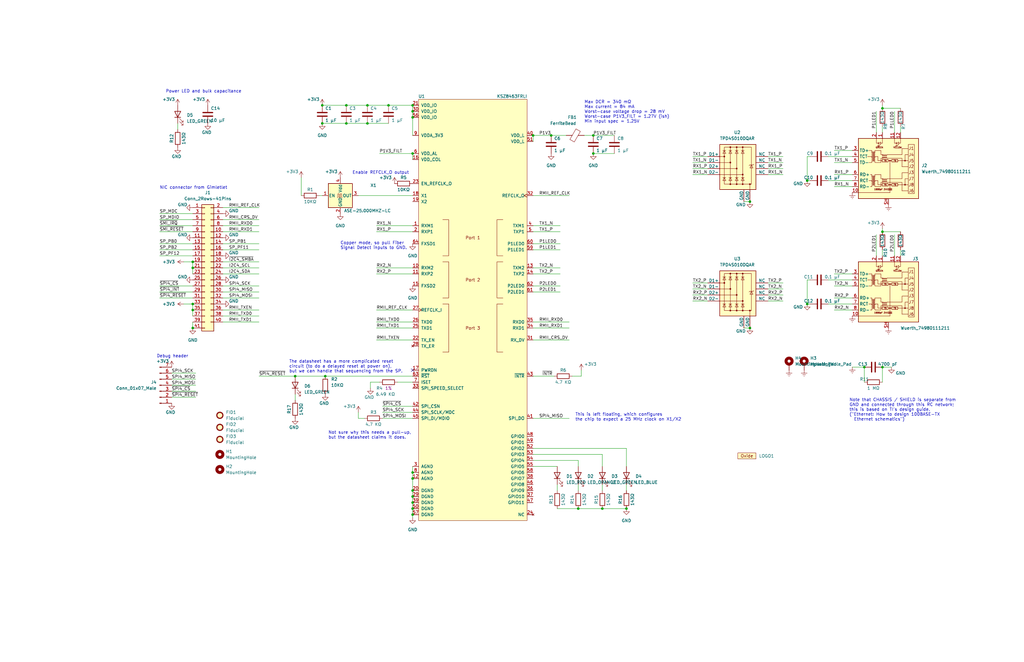
<source format=kicad_sch>
(kicad_sch (version 20230121) (generator eeschema)
  (paper "B")
  (title_block (title "Gimletlet NIC 2") (rev "A01") (company "Oxide Computer Company"))
  (junction (at 316.23 85.09))
  (junction (at 146.05 52.07))
  (junction (at 173.99 64.77))
  (junction (at 81.28 130.81))
  (junction (at 173.99 199.39))
  (junction (at 163.83 44.45))
  (junction (at 173.99 209.55))
  (junction (at 173.99 46.99))
  (junction (at 250.19 57.15))
  (junction (at 81.28 128.27))
  (junction (at 264.16 214.63))
  (junction (at 81.28 113.03))
  (junction (at 250.19 64.77))
  (junction (at 173.99 214.63))
  (junction (at 173.99 212.09))
  (junction (at 372.11 45.72))
  (junction (at 154.94 44.45))
  (junction (at 81.28 110.49))
  (junction (at 81.28 138.43))
  (junction (at 173.99 49.53))
  (junction (at 316.23 138.43))
  (junction (at 340.36 128.27))
  (junction (at 243.84 214.63))
  (junction (at 340.36 76.2))
  (junction (at 173.99 207.01))
  (junction (at 224.79 57.15))
  (junction (at 372.11 154.94))
  (junction (at 124.46 158.75))
  (junction (at 173.99 217.17))
  (junction (at 146.05 44.45))
  (junction (at 364.49 154.94))
  (junction (at 232.41 57.15))
  (junction (at 254 214.63))
  (junction (at 135.89 44.45))
  (junction (at 154.94 52.07))
  (junction (at 135.89 52.07))
  (junction (at 137.16 158.75))
  (junction (at 372.11 97.79))
  (junction (at 173.99 44.45))
  (junction (at 173.99 201.93))
  (no_connect (at 173.99 156.21))
  (wire (pts (xy 224.79 115.57) (xy 236.22 115.57)))
  (wire (pts (xy 341.63 66.04) (xy 340.36 66.04)))
  (wire (pts (xy 93.98 135.89) (xy 109.22 135.89)))
  (wire (pts (xy 93.98 120.65) (xy 109.22 120.65)))
  (wire (pts (xy 234.95 207.01) (xy 234.95 204.47)))
  (wire (pts (xy 375.92 154.94) (xy 372.11 154.94)))
  (wire (pts (xy 264.16 189.23) (xy 264.16 196.85)))
  (wire (pts (xy 250.19 64.77) (xy 259.08 64.77)))
  (wire (pts (xy 224.79 113.03) (xy 236.22 113.03)))
  (wire (pts (xy 243.84 194.31) (xy 243.84 196.85)))
  (wire (pts (xy 224.79 194.31) (xy 243.84 194.31)))
  (wire (pts (xy 292.1 121.92) (xy 298.45 121.92)))
  (wire (pts (xy 323.85 71.12) (xy 330.2 71.12)))
  (wire (pts (xy 224.79 138.43) (xy 240.03 138.43)))
  (wire (pts (xy 224.79 82.55) (xy 240.03 82.55)))
  (wire (pts (xy 161.29 176.53) (xy 173.99 176.53)))
  (wire (pts (xy 292.1 68.58) (xy 298.45 68.58)))
  (wire (pts (xy 224.79 176.53) (xy 240.03 176.53)))
  (wire (pts (xy 369.57 46.99) (xy 369.57 55.88)))
  (wire (pts (xy 379.73 105.41) (xy 379.73 107.95)))
  (wire (pts (xy 372.11 53.34) (xy 372.11 55.88)))
  (wire (pts (xy 254 191.77) (xy 254 196.85)))
  (wire (pts (xy 67.31 125.73) (xy 81.28 125.73)))
  (wire (pts (xy 173.99 46.99) (xy 173.99 44.45)))
  (wire (pts (xy 93.98 97.79) (xy 109.22 97.79)))
  (wire (pts (xy 224.79 191.77) (xy 254 191.77)))
  (wire (pts (xy 340.36 66.04) (xy 340.36 76.2)))
  (wire (pts (xy 135.89 52.07) (xy 146.05 52.07)))
  (wire (pts (xy 224.79 120.65) (xy 236.22 120.65)))
  (wire (pts (xy 292.1 71.12) (xy 298.45 71.12)))
  (wire (pts (xy 173.99 214.63) (xy 173.99 217.17)))
  (wire (pts (xy 323.85 68.58) (xy 330.2 68.58)))
  (wire (pts (xy 349.25 118.11) (xy 359.41 118.11)))
  (wire (pts (xy 93.98 113.03) (xy 109.22 113.03)))
  (wire (pts (xy 67.31 120.65) (xy 81.28 120.65)))
  (wire (pts (xy 81.28 135.89) (xy 81.28 138.43)))
  (wire (pts (xy 156.21 163.83) (xy 156.21 161.29)))
  (wire (pts (xy 137.16 158.75) (xy 173.99 158.75)))
  (wire (pts (xy 93.98 87.63) (xy 109.22 87.63)))
  (wire (pts (xy 173.99 212.09) (xy 173.99 214.63)))
  (wire (pts (xy 292.1 124.46) (xy 298.45 124.46)))
  (wire (pts (xy 349.25 76.2) (xy 359.41 76.2)))
  (wire (pts (xy 109.22 158.75) (xy 124.46 158.75)))
  (wire (pts (xy 379.73 53.34) (xy 379.73 55.88)))
  (wire (pts (xy 81.28 115.57) (xy 81.28 113.03)))
  (wire (pts (xy 323.85 121.92) (xy 330.2 121.92)))
  (wire (pts (xy 323.85 127) (xy 330.2 127)))
  (wire (pts (xy 377.19 46.99) (xy 377.19 55.88)))
  (wire (pts (xy 224.79 59.69) (xy 224.79 57.15)))
  (wire (pts (xy 93.98 130.81) (xy 109.22 130.81)))
  (wire (pts (xy 173.99 199.39) (xy 173.99 201.93)))
  (wire (pts (xy 224.79 105.41) (xy 236.22 105.41)))
  (wire (pts (xy 351.79 73.66) (xy 359.41 73.66)))
  (wire (pts (xy 372.11 96.52) (xy 372.11 97.79)))
  (wire (pts (xy 351.79 120.65) (xy 359.41 120.65)))
  (wire (pts (xy 163.83 44.45) (xy 154.94 44.45)))
  (wire (pts (xy 349.25 128.27) (xy 359.41 128.27)))
  (wire (pts (xy 372.11 45.72) (xy 379.73 45.72)))
  (wire (pts (xy 224.79 135.89) (xy 240.03 135.89)))
  (wire (pts (xy 377.19 99.06) (xy 377.19 107.95)))
  (wire (pts (xy 173.99 207.01) (xy 173.99 209.55)))
  (wire (pts (xy 241.3 158.75) (xy 245.11 158.75)))
  (wire (pts (xy 245.11 158.75) (xy 245.11 156.21)))
  (wire (pts (xy 158.75 95.25) (xy 173.99 95.25)))
  (wire (pts (xy 173.99 64.77) (xy 173.99 67.31)))
  (wire (pts (xy 81.28 113.03) (xy 81.28 110.49)))
  (wire (pts (xy 67.31 95.25) (xy 81.28 95.25)))
  (wire (pts (xy 359.41 154.94) (xy 364.49 154.94)))
  (wire (pts (xy 372.11 105.41) (xy 372.11 107.95)))
  (wire (pts (xy 264.16 207.01) (xy 264.16 204.47)))
  (wire (pts (xy 158.75 135.89) (xy 173.99 135.89)))
  (wire (pts (xy 93.98 105.41) (xy 109.22 105.41)))
  (wire (pts (xy 349.25 66.04) (xy 359.41 66.04)))
  (wire (pts (xy 341.63 76.2) (xy 340.36 76.2)))
  (wire (pts (xy 154.94 44.45) (xy 146.05 44.45)))
  (wire (pts (xy 292.1 127) (xy 298.45 127)))
  (wire (pts (xy 313.69 85.09) (xy 316.23 85.09)))
  (wire (pts (xy 323.85 73.66) (xy 330.2 73.66)))
  (wire (pts (xy 93.98 123.19) (xy 109.22 123.19)))
  (wire (pts (xy 124.46 168.91) (xy 124.46 166.37)))
  (wire (pts (xy 93.98 95.25) (xy 109.22 95.25)))
  (wire (pts (xy 351.79 125.73) (xy 359.41 125.73)))
  (wire (pts (xy 224.79 196.85) (xy 234.95 196.85)))
  (wire (pts (xy 254 207.01) (xy 254 204.47)))
  (wire (pts (xy 254 214.63) (xy 264.16 214.63)))
  (wire (pts (xy 224.79 123.19) (xy 236.22 123.19)))
  (wire (pts (xy 151.13 173.99) (xy 151.13 176.53)))
  (wire (pts (xy 173.99 49.53) (xy 173.99 57.15)))
  (wire (pts (xy 246.38 57.15) (xy 250.19 57.15)))
  (wire (pts (xy 160.02 64.77) (xy 173.99 64.77)))
  (wire (pts (xy 67.31 105.41) (xy 81.28 105.41)))
  (wire (pts (xy 161.29 173.99) (xy 173.99 173.99)))
  (wire (pts (xy 151.13 176.53) (xy 153.67 176.53)))
  (wire (pts (xy 93.98 110.49) (xy 109.22 110.49)))
  (wire (pts (xy 313.69 138.43) (xy 316.23 138.43)))
  (wire (pts (xy 351.79 130.81) (xy 359.41 130.81)))
  (wire (pts (xy 340.36 118.11) (xy 340.36 128.27)))
  (wire (pts (xy 67.31 107.95) (xy 81.28 107.95)))
  (wire (pts (xy 72.39 162.56) (xy 82.55 162.56)))
  (wire (pts (xy 93.98 125.73) (xy 109.22 125.73)))
  (wire (pts (xy 250.19 57.15) (xy 259.08 57.15)))
  (wire (pts (xy 67.31 97.79) (xy 81.28 97.79)))
  (wire (pts (xy 156.21 161.29) (xy 160.02 161.29)))
  (wire (pts (xy 81.28 130.81) (xy 81.28 128.27)))
  (wire (pts (xy 146.05 52.07) (xy 154.94 52.07)))
  (wire (pts (xy 124.46 158.75) (xy 137.16 158.75)))
  (wire (pts (xy 158.75 130.81) (xy 173.99 130.81)))
  (wire (pts (xy 67.31 123.19) (xy 81.28 123.19)))
  (wire (pts (xy 93.98 92.71) (xy 109.22 92.71)))
  (wire (pts (xy 72.39 165.1) (xy 82.55 165.1)))
  (wire (pts (xy 340.36 118.11) (xy 341.63 118.11)))
  (wire (pts (xy 364.49 154.94) (xy 364.49 161.29)))
  (wire (pts (xy 77.47 128.27) (xy 81.28 128.27)))
  (wire (pts (xy 224.79 102.87) (xy 236.22 102.87)))
  (wire (pts (xy 243.84 214.63) (xy 254 214.63)))
  (wire (pts (xy 161.29 171.45) (xy 173.99 171.45)))
  (wire (pts (xy 224.79 95.25) (xy 236.22 95.25)))
  (wire (pts (xy 154.94 52.07) (xy 163.83 52.07)))
  (wire (pts (xy 67.31 92.71) (xy 81.28 92.71)))
  (wire (pts (xy 351.79 115.57) (xy 359.41 115.57)))
  (wire (pts (xy 67.31 90.17) (xy 81.28 90.17)))
  (wire (pts (xy 232.41 57.15) (xy 238.76 57.15)))
  (wire (pts (xy 351.79 78.74) (xy 359.41 78.74)))
  (wire (pts (xy 93.98 115.57) (xy 109.22 115.57)))
  (wire (pts (xy 93.98 102.87) (xy 109.22 102.87)))
  (wire (pts (xy 243.84 207.01) (xy 243.84 204.47)))
  (wire (pts (xy 323.85 119.38) (xy 330.2 119.38)))
  (wire (pts (xy 158.75 97.79) (xy 173.99 97.79)))
  (wire (pts (xy 167.64 161.29) (xy 173.99 161.29)))
  (wire (pts (xy 158.75 138.43) (xy 173.99 138.43)))
  (wire (pts (xy 224.79 158.75) (xy 233.68 158.75)))
  (wire (pts (xy 93.98 133.35) (xy 109.22 133.35)))
  (wire (pts (xy 224.79 143.51) (xy 240.03 143.51)))
  (wire (pts (xy 74.93 54.61) (xy 74.93 52.07)))
  (wire (pts (xy 292.1 66.04) (xy 298.45 66.04)))
  (wire (pts (xy 292.1 73.66) (xy 298.45 73.66)))
  (wire (pts (xy 372.11 97.79) (xy 379.73 97.79)))
  (wire (pts (xy 351.79 63.5) (xy 359.41 63.5)))
  (wire (pts (xy 224.79 189.23) (xy 264.16 189.23)))
  (wire (pts (xy 173.99 44.45) (xy 163.83 44.45)))
  (wire (pts (xy 173.99 49.53) (xy 173.99 46.99)))
  (wire (pts (xy 323.85 66.04) (xy 330.2 66.04)))
  (wire (pts (xy 72.39 167.64) (xy 82.55 167.64)))
  (wire (pts (xy 372.11 154.94) (xy 372.11 161.29)))
  (wire (pts (xy 158.75 143.51) (xy 173.99 143.51)))
  (wire (pts (xy 340.36 128.27) (xy 341.63 128.27)))
  (wire (pts (xy 151.13 82.55) (xy 173.99 82.55)))
  (wire (pts (xy 77.47 110.49) (xy 81.28 110.49)))
  (wire (pts (xy 234.95 214.63) (xy 243.84 214.63)))
  (wire (pts (xy 67.31 102.87) (xy 81.28 102.87)))
  (wire (pts (xy 224.79 57.15) (xy 232.41 57.15)))
  (wire (pts (xy 173.99 196.85) (xy 173.99 199.39)))
  (wire (pts (xy 72.39 160.02) (xy 82.55 160.02)))
  (wire (pts (xy 351.79 68.58) (xy 359.41 68.58)))
  (wire (pts (xy 173.99 209.55) (xy 173.99 212.09)))
  (wire (pts (xy 158.75 113.03) (xy 173.99 113.03)))
  (wire (pts (xy 173.99 201.93) (xy 173.99 207.01)))
  (wire (pts (xy 323.85 124.46) (xy 330.2 124.46)))
  (wire (pts (xy 127 74.93) (xy 127 82.55)))
  (wire (pts (xy 72.39 157.48) (xy 82.55 157.48)))
  (wire (pts (xy 369.57 99.06) (xy 369.57 107.95)))
  (wire (pts (xy 173.99 217.17) (xy 173.99 218.44)))
  (wire (pts (xy 292.1 119.38) (xy 298.45 119.38)))
  (wire (pts (xy 81.28 133.35) (xy 81.28 130.81)))
  (wire (pts (xy 372.11 45.72) (xy 372.11 44.45)))
  (wire (pts (xy 224.79 97.79) (xy 236.22 97.79)))
  (wire (pts (xy 146.05 44.45) (xy 135.89 44.45)))
  (wire (pts (xy 158.75 115.57) (xy 173.99 115.57)))
  (wire (pts (xy 134.62 82.55) (xy 135.89 82.55)))
  (text "Note that CHASSIS / SHIELD is separate from\nGND and connected through this RC network;\nthis is based on TI's design guide.\n(\"Ethernet: How to design 100BASE-TX\n  Ethernet schematics\")" (at 358.14 177.8 0) (effects (font (size 1.27 1.27)) (justify left bottom)))
  (text "Enable REFCLK_O output" (at 148.59 73.66 0) (effects (font (size 1.27 1.27)) (justify left bottom)))
  (text "The datasheet has a more complicated reset\ncircuit (to do a delayed reset at power on),\nbut we can handle that sequencing from the SP." (at 121.92 157.48 0) (effects (font (size 1.27 1.27)) (justify left bottom)))
  (text "Not sure why this needs a pull-up,\nbut the datasheet claims it does." (at 138.43 185.42 0) (effects (font (size 1.27 1.27)) (justify left bottom)))
  (text "Debug header" (at 66.04 151.13 0) (effects (font (size 1.27 1.27)) (justify left bottom)))
  (text "Copper mode, so pull Fiber\nSignal Detect inputs to GND." (at 143.51 105.41 0) (effects (font (size 1.27 1.27)) (justify left bottom)))
  (text "Max DCR = 340 mΩ\nMax current = 84 mA\nWorst-case voltage drop = 28 mV\nWorst-case P1V3_FILT = 1.27V (ish)\nMin input spec = 1.25V" (at 246.38 52.07 0) (effects (font (size 1.27 1.27)) (justify left bottom)))
  (text "This is left floating, which configures\nthe chip to expect a 25 MHz clock on X1/X2" (at 242.57 177.8 0) (effects (font (size 1.27 1.27)) (justify left bottom)))
  (text "NIC connector from Gimletlet" (at 67.31 80.01 0) (effects (font (size 1.27 1.27)) (justify left bottom)))
  (text "Power LED and bulk capacitance" (at 69.85 39.37 0) (effects (font (size 1.27 1.27)) (justify left bottom)))
  (label "SPI4_MISO" (at 96.52 123.19 0))
  (label "I2C4_SCL" (at 96.52 113.03 0))
  (label "~{SPI4_CS}" (at 72.39 165.1 0))
  (label "TX2_N" (at 292.1 121.92 0))
  (label "TX1_P" (at 292.1 66.04 0))
  (label "RX1_N" (at 292.1 73.66 0))
  (label "RX2_P" (at 158.75 115.57 0))
  (label "~{SPI4_RESET}" (at 72.39 167.64 0))
  (label "RX1_N" (at 323.85 73.66 0))
  (label "~{SMI_IRQ}" (at 67.31 95.25 0))
  (label "P1LED0" (at 377.19 46.99 270))
  (label "TX2_N" (at 227.33 113.03 0))
  (label "RX2_N" (at 351.79 130.81 0))
  (label "RMII_CRS_DV" (at 96.52 92.71 0))
  (label "RMII_RXD1" (at 227.33 138.43 0))
  (label "TX2_P" (at 227.33 115.57 0))
  (label "RMII_TXD0" (at 96.52 133.35 0))
  (label "~{INTR}" (at 228.6 158.75 0))
  (label "SPI4_SCK" (at 161.29 173.99 0))
  (label "RMII_REF_CLK" (at 158.75 130.81 0))
  (label "SP_MDC" (at 67.31 90.17 0))
  (label "RMII_RXD0" (at 96.52 95.25 0))
  (label "RMII_TXD1" (at 96.52 135.89 0))
  (label "~{SPI4_RESET}" (at 67.31 125.73 0))
  (label "TX1_N" (at 351.79 68.58 0))
  (label "SPI4_SCK" (at 72.39 157.48 0))
  (label "TX2_N" (at 351.79 120.65 0))
  (label "TX1_P" (at 351.79 63.5 0))
  (label "RX2_N" (at 292.1 127 0))
  (label "TX1_P" (at 227.33 97.79 0))
  (label "SP_MDIO" (at 67.31 92.71 0))
  (label "TX1_N" (at 227.33 95.25 0))
  (label "SP_PF12" (at 67.31 107.95 0))
  (label "TX2_P" (at 323.85 119.38 0))
  (label "SPI4_MISO" (at 227.33 176.53 0))
  (label "SP_PB1" (at 96.52 102.87 0))
  (label "RMII_TXEN" (at 96.52 130.81 0))
  (label "I2C4_SDA" (at 96.52 115.57 0))
  (label "RMII_CRS_DV" (at 227.33 143.51 0))
  (label "P2LED1" (at 227.33 123.19 0))
  (label "TX1_N" (at 323.85 68.58 0))
  (label "RMII_RXD0" (at 227.33 135.89 0))
  (label "RX1_P" (at 292.1 71.12 0))
  (label "TX1_P" (at 323.85 66.04 0))
  (label "RMII_REF_CLK" (at 227.33 82.55 0))
  (label "TX2_P" (at 351.79 115.57 0))
  (label "RMII_REF_CLK" (at 96.52 87.63 0))
  (label "SPI4_MOSI" (at 72.39 162.56 0))
  (label "P2LED0" (at 227.33 120.65 0))
  (label "~{SPI4_INT}" (at 67.31 123.19 0))
  (label "P1LED1" (at 369.57 46.99 270))
  (label "P1V3_FILT" (at 160.02 64.77 0))
  (label "RX1_P" (at 158.75 97.79 0))
  (label "TX2_N" (at 323.85 121.92 0))
  (label "P1V3" (at 227.33 57.15 0))
  (label "SPI4_MOSI" (at 96.52 125.73 0))
  (label "RX2_N" (at 158.75 113.03 0))
  (label "~{SMI_RESET}" (at 67.31 97.79 0))
  (label "~{SPI4_CS}" (at 161.29 171.45 0))
  (label "RX1_P" (at 351.79 73.66 0))
  (label "RMII_TXD1" (at 158.75 138.43 0))
  (label "RMII_RXD1" (at 96.52 97.79 0))
  (label "P1V3_FILT" (at 250.19 57.15 0))
  (label "RMII_TXEN" (at 158.75 143.51 0))
  (label "P2LED0" (at 377.19 99.06 270))
  (label "RX1_N" (at 158.75 95.25 0))
  (label "RMII_TXD0" (at 158.75 135.89 0))
  (label "P1LED1" (at 227.33 105.41 0))
  (label "RX1_N" (at 351.79 78.74 0))
  (label "~{SPI4_CS}" (at 67.31 120.65 0))
  (label "RX1_P" (at 323.85 71.12 0))
  (label "P1LED0" (at 227.33 102.87 0))
  (label "SP_PB0" (at 67.31 102.87 0))
  (label "SPI4_SCK" (at 96.52 120.65 0))
  (label "TX1_N" (at 292.1 68.58 0))
  (label "SPI4_MOSI" (at 161.29 176.53 0))
  (label "~{I2C4_SMBA}" (at 96.52 110.49 0))
  (label "RX2_P" (at 292.1 124.46 0))
  (label "SPI4_MISO" (at 72.39 160.02 0))
  (label "RX2_N" (at 323.85 127 0))
  (label "RX2_P" (at 323.85 124.46 0))
  (label "RX2_P" (at 351.79 125.73 0))
  (label "P2LED1" (at 369.57 99.06 270))
  (label "SP_PB2" (at 67.31 105.41 0))
  (label "~{SPI4_RESET}" (at 109.22 158.75 0))
  (label "SP_PF11" (at 96.52 105.41 0))
  (label "TX2_P" (at 292.1 119.38 0))
  (symbol (lib_id "power:Earth") (at 374.65 138.43 0) (unit 1)
    (property "Reference" "#PWR035" (effects hide))
    (property "Value" "Earth" (effects hide))
  )
  (symbol (lib_id "Device:C") (at 345.44 66.04 270) (unit 1)
    (property "Reference" "C9" (at 342.9 64.77 90) (effects (justify right)))
    (property "Value" "0.1 µF" (at 354.33 64.77 90) (effects (justify right)))
    (property "Footprint" "Capacitor_SMD:C_0402_1005Metric" (effects hide))
    (property "MFG" "KEMET" (effects hide))
    (property "MPN" "C0402C104K9RAC7867" (effects hide))
  )
  (symbol (lib_id "power:GND") (at 173.99 102.87 0) (unit 1)
    (property "Reference" "#PWR022" (effects hide))
    (property "Value" "GND" (at 173.99 107.95 0))
  )
  (symbol (lib_id "Device:C") (at 135.89 48.26 180) (unit 1)
    (property "Reference" "C1" (at 137.16 45.72 0) (effects (justify right)))
    (property "Value" "1 µF" (at 137.16 50.8 0) (effects (justify right)))
    (property "Footprint" "Capacitor_SMD:C_0402_1005Metric" (effects hide))
    (property "MFG" "KEMET" (effects hide))
    (property "MPN" "C0402C105K9PAC7800" (effects hide))
  )
  (symbol (lib_id "Mechanical:MountingHole") (at 92.71 198.12 0) (unit 1)
    (property "Reference" "H2" (at 95.25 196.8499 0) (effects (justify left)))
    (property "Value" "MountingHole" (at 95.25 199.3899 0) (effects (justify left)))
    (property "Footprint" "MountingHole:MountingHole_3.2mm_M3" (effects hide))
  )
  (symbol (lib_id "power:GND") (at 340.36 128.27 0) (unit 1)
    (property "Reference" "#PWR030" (effects hide))
    (property "Value" "GND" (at 336.55 129.54 0))
  )
  (symbol (lib_id "power:GND") (at 340.36 76.2 0) (unit 1)
    (property "Reference" "#PWR028" (effects hide))
    (property "Value" "GND" (at 336.55 77.47 0))
  )
  (symbol (lib_id "power:GND") (at 143.51 90.17 0) (unit 1)
    (property "Reference" "#PWR018" (effects hide))
    (property "Value" "GND" (at 143.51 95.25 0))
  )
  (symbol (lib_id "Device:LED") (at 74.93 48.26 90) (unit 1)
    (property "Reference" "D5" (at 78.74 48.5774 90) (effects (justify right)))
    (property "Value" "LED_GREEN" (at 78.74 51.1174 90) (effects (justify right)))
    (property "Footprint" "LED_SMD:LED_0402_1005Metric" (effects hide))
    (property "MFG" "SunLed" (effects hide))
    (property "MPN" "XZVG68W-2" (effects hide))
  )
  (symbol (lib_id "Power protection (Oxide):TPD4S010DQAR") (at 311.15 124.46 0) (unit 1)
    (property "Reference" "U3" (at 310.896 109.22 0))
    (property "Value" "TPD4S010DQAR" (at 310.896 111.76 0))
    (property "Footprint" "Package_SON:USON-10_2.5x1.0mm_P0.5mm" (effects hide))
    (property "Datasheet" "https://www.ti.com/lit/ds/symlink/tpd4s010.pdf" (effects hide))
    (property "MFG" "Texas Instruments" (effects hide))
    (property "MPN" "TPD4S010DQAR" (effects hide))
  )
  (symbol (lib_id "Device:R") (at 157.48 176.53 90) (unit 1)
    (property "Reference" "R3" (at 157.48 173.99 90))
    (property "Value" "4.7 KΩ" (at 157.48 179.07 90))
    (property "Footprint" "Resistor_SMD:R_0402_1005Metric" (effects hide))
    (property "MFG" "TE Connectivity" (effects hide))
    (property "MPN" "CRG0402F4K7" (effects hide))
  )
  (symbol (lib_name "TPD4S010DQAR_1") (lib_id "Power protection (Oxide):TPD4S010DQAR") (at 311.15 71.12 0) (unit 1)
    (property "Reference" "U2" (at 310.896 55.88 0))
    (property "Value" "TPD4S010DQAR" (at 310.896 58.42 0))
    (property "Footprint" "Package_SON:USON-10_2.5x1.0mm_P0.5mm" (effects hide))
    (property "Datasheet" "https://www.ti.com/lit/ds/symlink/tpd4s010.pdf" (effects hide))
    (property "MFG" "Texas Instruments" (effects hide))
    (property "MPN" "TPD4S010DQAR" (effects hide))
  )
  (symbol (lib_id "power:Earth") (at 339.09 156.21 0) (unit 1)
    (property "Reference" "#PWR0101" (effects hide))
    (property "Value" "Earth" (effects hide))
  )
  (symbol (lib_id "Device:C") (at 259.08 60.96 180) (unit 1)
    (property "Reference" "C8" (at 260.35 58.42 0) (effects (justify right)))
    (property "Value" "1 µF" (at 260.35 63.5 0) (effects (justify right)))
    (property "Footprint" "Capacitor_SMD:C_0402_1005Metric" (effects hide))
    (property "MFG" "KEMET" (effects hide))
    (property "MPN" "C0402C105K9PAC7800" (effects hide))
  )
  (symbol (lib_id "Device:R") (at 379.73 101.6 180) (unit 1)
    (property "Reference" "R9" (at 381 106.68 90))
    (property "Value" "143Ω" (at 379.73 101.6 90))
    (property "Footprint" "Resistor_SMD:R_0402_1005Metric" (effects hide))
    (property "MFG" "YAGEO" (effects hide))
    (property "MPN" "RC0402FR-07143RL" (effects hide))
  )
  (symbol (lib_id "Device:C") (at 250.19 60.96 180) (unit 1)
    (property "Reference" "C7" (at 251.46 58.42 0) (effects (justify right)))
    (property "Value" "1 µF" (at 251.46 63.5 0) (effects (justify right)))
    (property "Footprint" "Capacitor_SMD:C_0402_1005Metric" (effects hide))
    (property "MFG" "KEMET" (effects hide))
    (property "MPN" "C0402C105K9PAC7800" (effects hide))
  )
  (symbol (lib_id "Device:LED") (at 264.16 200.66 90) (unit 1)
    (property "Reference" "D4" (at 267.97 200.9774 90) (effects (justify right)))
    (property "Value" "LED_BLUE" (at 267.97 203.5174 90) (effects (justify right)))
    (property "Footprint" "LED_SMD:LED_0402_1005Metric" (effects hide))
    (property "MFG" "Vishay Semiconductor Opto Division" (effects hide))
    (property "MPN" "VLMB1500-GS08" (effects hide))
  )
  (symbol (lib_id "power:+3.3V") (at 127 74.93 0) (unit 1)
    (property "Reference" "#PWR012" (effects hide))
    (property "Value" "+3.3V" (at 123.19 72.39 0))
  )
  (symbol (lib_id "power:+3.3V") (at 77.47 110.49 90) (unit 1)
    (property "Reference" "#PWR01" (effects hide))
    (property "Value" "+3.3V" (at 71.12 110.49 90))
  )
  (symbol (lib_id "power:GND") (at 173.99 120.65 0) (unit 1)
    (property "Reference" "#PWR023" (effects hide))
    (property "Value" "GND" (at 173.99 125.73 0))
  )
  (symbol (lib_id "Mechanical:MountingHole_Pad") (at 332.74 153.67 0) (unit 1)
    (property "Reference" "H4" (at 335.28 151.1299 0) (effects (justify left)))
    (property "Value" "MountingHole_Pad" (at 335.28 153.6699 0) (effects (justify left)))
    (property "Footprint" "MountingHole:MountingHole_3.2mm_M3_DIN965_Pad" (effects hide))
  )
  (symbol (lib_id "Connector_Generic:Conn_2Rows-41Pins") (at 86.36 113.03 0) (unit 1)
    (property "Reference" "J1" (at 87.63 81.28 0))
    (property "Value" "Conn_2Rows-41Pins" (at 87.63 83.82 0))
    (property "Footprint" "Connectors_0x:DF9-41P-1V" (effects hide))
    (property "MPN" "DF9-41P-1V(69)" (effects hide))
    (property "MFG" "Hirose" (effects hide))
  )
  (symbol (lib_id "power:+3.3V") (at 135.89 44.45 0) (unit 1)
    (property "Reference" "#PWR013" (effects hide))
    (property "Value" "+3.3V" (at 132.08 41.91 0))
  )
  (symbol (lib_id "Device:C") (at 345.44 76.2 270) (unit 1)
    (property "Reference" "C10" (at 342.9 74.93 90) (effects (justify right)))
    (property "Value" "0.1 µF" (at 354.33 74.93 90) (effects (justify right)))
    (property "Footprint" "Capacitor_SMD:C_0402_1005Metric" (effects hide))
    (property "MFG" "KEMET" (effects hide))
    (property "MPN" "C0402C104K9RAC7867" (effects hide))
  )
  (symbol (lib_id "Device:R") (at 170.18 77.47 90) (unit 1)
    (property "Reference" "R5" (at 170.18 74.93 90))
    (property "Value" "10KΩ" (at 170.18 80.01 90))
    (property "Footprint" "Resistor_SMD:R_0402_1005Metric" (effects hide))
    (property "MFG" "TE Connectivity" (effects hide))
    (property "MPN" "CRG0402F10K" (effects hide))
  )
  (symbol (lib_id "Device:R") (at 254 210.82 180) (unit 1)
    (property "Reference" "R15" (at 251.46 210.82 90))
    (property "Value" "143Ω" (at 256.54 210.82 90))
    (property "Footprint" "Resistor_SMD:R_0402_1005Metric" (effects hide))
    (property "MFG" "YAGEO" (effects hide))
    (property "MPN" "RC0402FR-07143RL" (effects hide))
  )
  (symbol (lib_id "Device:R") (at 124.46 172.72 180) (unit 1)
    (property "Reference" "R17" (at 121.92 172.72 90))
    (property "Value" "143Ω" (at 127 172.72 90))
    (property "Footprint" "Resistor_SMD:R_0402_1005Metric" (effects hide))
    (property "MFG" "YAGEO" (effects hide))
    (property "MPN" "RC0402FR-07143RL" (effects hide))
  )
  (symbol (lib_id "power:GND") (at 137.16 166.37 0) (unit 1)
    (property "Reference" "#PWR015" (effects hide))
    (property "Value" "GND" (at 134.62 170.18 0) (effects (justify left)))
  )
  (symbol (lib_id "power:+3.3V") (at 372.11 44.45 0) (unit 1)
    (property "Reference" "#PWR029" (effects hide))
    (property "Value" "+3.3V" (at 368.3 41.91 0))
  )
  (symbol (lib_id "Connector:Conn_01x07_Male") (at 67.31 162.56 0) (mirror x) (unit 1)
    (property "Reference" "J4" (at 66.04 161.2899 0) (effects (justify right)))
    (property "Value" "Conn_01x07_Male" (at 66.04 163.8299 0) (effects (justify right)))
    (property "Footprint" "Connector_PinHeader_2.54mm:PinHeader_1x07_P2.54mm_Vertical" (effects hide))
  )
  (symbol (lib_id "Connector:Wuerth_74980111211") (at 374.65 123.19 0) (mirror y) (unit 1)
    (property "Reference" "J3" (at 384.81 109.22 0) (effects (justify right)))
    (property "Value" "Wuerth_74980111211" (at 379.73 138.43 0) (effects (justify right)))
    (property "Footprint" "Connector_RJ:RJ45_Wuerth_74980111211_Horizontal" (effects hide))
    (property "Datasheet" "https://www.we-online.de/katalog/datasheet/74980111211.pdf" (effects hide))
    (property "MFG" "Würth Elektronik" (effects hide))
    (property "MPN" "74980111211" (effects hide))
  )
  (symbol (lib_id "Device:R") (at 234.95 210.82 180) (unit 1)
    (property "Reference" "R13" (at 232.41 210.82 90))
    (property "Value" "143Ω" (at 237.49 210.82 90))
    (property "Footprint" "Resistor_SMD:R_0402_1005Metric" (effects hide))
    (property "MFG" "YAGEO" (effects hide))
    (property "MPN" "RC0402FR-07143RL" (effects hide))
  )
  (symbol (lib_id "power:Earth") (at 359.41 133.35 0) (unit 1)
    (property "Reference" "#PWR033" (effects hide))
    (property "Value" "Earth" (effects hide))
  )
  (symbol (lib_id "Device:R") (at 379.73 49.53 180) (unit 1)
    (property "Reference" "R7" (at 381 53.34 90))
    (property "Value" "143Ω" (at 379.73 49.53 90))
    (property "Footprint" "Resistor_SMD:R_0402_1005Metric" (effects hide))
    (property "MFG" "YAGEO" (effects hide))
    (property "MPN" "RC0402FR-07143RL" (effects hide))
  )
  (symbol (lib_id "power:GND") (at 375.92 154.94 0) (unit 1)
    (property "Reference" "#PWR037" (effects hide))
    (property "Value" "GND" (at 379.73 157.48 0))
  )
  (symbol (lib_id "Device:LED") (at 243.84 200.66 90) (unit 1)
    (property "Reference" "D2" (at 247.65 200.9774 90) (effects (justify right)))
    (property "Value" "LED_ORANGE" (at 247.65 203.5174 90) (effects (justify right)))
    (property "Footprint" "LED_SMD:LED_0402_1005Metric" (effects hide))
    (property "MFG" "SunLed" (effects hide))
    (property "MPN" "XZMOK68W-2" (effects hide))
  )
  (symbol (lib_id "power:Earth") (at 332.74 156.21 0) (unit 1)
    (property "Reference" "#PWR0102" (effects hide))
    (property "Value" "Earth" (effects hide))
  )
  (symbol (lib_id "power:GND") (at 81.28 118.11 270) (unit 1)
    (property "Reference" "#PWR05" (effects hide))
    (property "Value" "GND" (at 74.93 116.84 90) (effects (justify left)))
  )
  (symbol (lib_id "Device:C") (at 232.41 60.96 180) (unit 1)
    (property "Reference" "C6" (at 233.68 58.42 0) (effects (justify right)))
    (property "Value" "1 µF" (at 233.68 63.5 0) (effects (justify right)))
    (property "Footprint" "Capacitor_SMD:C_0402_1005Metric" (effects hide))
    (property "MFG" "KEMET" (effects hide))
    (property "MPN" "C0402C105K9PAC7800" (effects hide))
  )
  (symbol (lib_id "power:GND") (at 87.63 52.07 0) (unit 1)
    (property "Reference" "#PWR041" (effects hide))
    (property "Value" "GND" (at 85.09 55.88 0) (effects (justify left)))
  )
  (symbol (lib_id "power:+3.3V") (at 372.11 96.52 0) (unit 1)
    (property "Reference" "#PWR031" (effects hide))
    (property "Value" "+3.3V" (at 368.3 93.98 0))
  )
  (symbol (lib_id "Device:C") (at 345.44 128.27 270) (unit 1)
    (property "Reference" "C12" (at 342.9 127 90) (effects (justify right)))
    (property "Value" "0.1 µF" (at 354.33 127 90) (effects (justify right)))
    (property "Footprint" "Capacitor_SMD:C_0402_1005Metric" (effects hide))
    (property "MFG" "KEMET" (effects hide))
    (property "MPN" "C0402C104K9RAC7867" (effects hide))
  )
  (symbol (lib_id "Device:R") (at 74.93 58.42 180) (unit 1)
    (property "Reference" "R12" (at 72.39 58.42 90))
    (property "Value" "143Ω" (at 77.47 58.42 90))
    (property "Footprint" "Resistor_SMD:R_0402_1005Metric" (effects hide))
    (property "MFG" "YAGEO" (effects hide))
    (property "MPN" "RC0402FR-07143RL" (effects hide))
  )
  (symbol (lib_id "power:GND") (at 316.23 138.43 0) (unit 1)
    (property "Reference" "#PWR044" (effects hide))
    (property "Value" "GND" (at 312.42 139.7 0))
  )
  (symbol (lib_id "Device:R") (at 130.81 82.55 90) (unit 1)
    (property "Reference" "R1" (at 130.81 80.01 90))
    (property "Value" "10KΩ" (at 130.81 85.09 90))
    (property "Footprint" "Resistor_SMD:R_0402_1005Metric" (effects hide))
    (property "MFG" "TE Connectivity" (effects hide))
    (property "MPN" "CRG0402F10K" (effects hide))
  )
  (symbol (lib_id "power:GND") (at 93.98 90.17 90) (unit 1)
    (property "Reference" "#PWR07" (effects hide))
    (property "Value" "GND" (at 96.52 88.9 90) (effects (justify right)))
  )
  (symbol (lib_id "Device:R") (at 243.84 210.82 180) (unit 1)
    (property "Reference" "R14" (at 241.3 210.82 90))
    (property "Value" "143Ω" (at 246.38 210.82 90))
    (property "Footprint" "Resistor_SMD:R_0402_1005Metric" (effects hide))
    (property "MFG" "YAGEO" (effects hide))
    (property "MPN" "RC0402FR-07143RL" (effects hide))
  )
  (symbol (lib_id "power:GND") (at 74.93 62.23 0) (unit 1)
    (property "Reference" "#PWR039" (effects hide))
    (property "Value" "GND" (at 72.39 66.04 0) (effects (justify left)))
  )
  (symbol (lib_id "power:GND") (at 93.98 118.11 90) (unit 1)
    (property "Reference" "#PWR010" (effects hide))
    (property "Value" "GND" (at 96.52 116.84 90) (effects (justify right)))
  )
  (symbol (lib_id "power:GND") (at 81.28 138.43 0) (unit 1)
    (property "Reference" "#PWR06" (effects hide))
    (property "Value" "GND" (at 81.28 143.51 0))
  )
  (symbol (lib_id "Oscillator:ASE-xxxMHz") (at 143.51 82.55 0) (unit 1)
    (property "Reference" "X1" (at 157.48 78.2193 0))
    (property "Value" "ASE-25.000MHZ-LC" (at 154.94 88.9 0))
    (property "Footprint" "Oscillator:Oscillator_SMD_Abracon_ASE-4Pin_3.2x2.5mm" (effects hide))
    (property "Datasheet" "http://www.abracon.com/Oscillators/ASV.pdf" (effects hide))
    (property "MFG" "Abracon LLC" (effects hide))
    (property "MPN" "ASE-25.000MHZ-LC-T" (effects hide))
  )
  (symbol (lib_id "Device:C") (at 154.94 48.26 180) (unit 1)
    (property "Reference" "C4" (at 156.21 45.72 0) (effects (justify right)))
    (property "Value" "1 µF" (at 156.21 50.8 0) (effects (justify right)))
    (property "Footprint" "Capacitor_SMD:C_0402_1005Metric" (effects hide))
    (property "MFG" "KEMET" (effects hide))
    (property "MPN" "C0402C105K9PAC7800" (effects hide))
  )
  (symbol (lib_id "Mechanical:MountingHole") (at 92.71 191.77 0) (unit 1)
    (property "Reference" "H1" (at 95.25 190.4999 0) (effects (justify left)))
    (property "Value" "MountingHole" (at 95.25 193.0399 0) (effects (justify left)))
    (property "Footprint" "MountingHole:MountingHole_3.2mm_M3" (effects hide))
  )
  (symbol (lib_id "power:GND") (at 232.41 64.77 0) (unit 1)
    (property "Reference" "#PWR025" (effects hide))
    (property "Value" "GND" (at 232.41 69.85 0))
  )
  (symbol (lib_id "power:GND") (at 250.19 64.77 0) (unit 1)
    (property "Reference" "#PWR027" (effects hide))
    (property "Value" "GND" (at 250.19 69.85 0))
  )
  (symbol (lib_id "Logos_0x:LOGO") (at 314.96 194.31 0) (unit 1) (in_bom no)
    (property "Reference" "LOGO1" (at 320.04 192.4049 0) (effects (justify left)))
    (property "Value" "LOGO" (effects hide))
    (property "Footprint" "Logos_0x:OXIDE_Wordmark" (effects hide))
  )
  (symbol (lib_id "power:GND") (at 93.98 128.27 90) (unit 1)
    (property "Reference" "#PWR011" (effects hide))
    (property "Value" "GND" (at 96.52 127 90) (effects (justify right)))
  )
  (symbol (lib_id "Device:R") (at 237.49 158.75 90) (unit 1)
    (property "Reference" "R6" (at 237.49 156.21 90))
    (property "Value" "4.7 KΩ" (at 237.49 161.29 90))
    (property "Footprint" "Resistor_SMD:R_0402_1005Metric" (effects hide))
    (property "MFG" "TE Connectivity" (effects hide))
    (property "MPN" "CRG0402F4K7" (effects hide))
  )
  (symbol (lib_id "power:+3.3V") (at 166.37 77.47 0) (unit 1)
    (property "Reference" "#PWR021" (effects hide))
    (property "Value" "+3.3V" (at 162.56 74.93 0))
  )
  (symbol (lib_id "power:Earth") (at 359.41 81.28 0) (unit 1)
    (property "Reference" "#PWR032" (effects hide))
    (property "Value" "Earth" (effects hide))
  )
  (symbol (lib_id "Device:LED") (at 254 200.66 90) (unit 1)
    (property "Reference" "D3" (at 257.81 200.9774 90) (effects (justify right)))
    (property "Value" "LED_GREEN" (at 257.81 203.5174 90) (effects (justify right)))
    (property "Footprint" "LED_SMD:LED_0402_1005Metric" (effects hide))
    (property "MFG" "SunLed" (effects hide))
    (property "MPN" "XZVG68W-2" (effects hide))
  )
  (symbol (lib_id "Device:LED") (at 234.95 200.66 90) (unit 1)
    (property "Reference" "D1" (at 238.76 200.9774 90) (effects (justify right)))
    (property "Value" "LED_RED" (at 238.76 203.5174 90) (effects (justify right)))
    (property "Footprint" "LED_SMD:LED_0402_1005Metric" (effects hide))
    (property "MFG" "SunLed" (effects hide))
    (property "MPN" "XZMDK68W-2" (effects hide))
  )
  (symbol (lib_id "power:+3.3V") (at 74.93 44.45 0) (unit 1)
    (property "Reference" "#PWR038" (effects hide))
    (property "Value" "+3.3V" (at 71.12 41.91 0))
  )
  (symbol (lib_id "Device:FerriteBead") (at 242.57 57.15 90) (unit 1)
    (property "Reference" "FB1" (at 241.3 49.53 90))
    (property "Value" "FerriteBead" (at 237.49 52.07 90))
    (property "Footprint" "Resistor_SMD:R_0402_1005Metric" (effects hide))
    (property "MPN" "BLM15AX601SN1D" (effects hide))
    (property "MFG" "Murata Electronics" (effects hide))
  )
  (symbol (lib_id "Ethernet (Oxide):KSZ8463FRLI") (at 199.39 130.81 0) (unit 1)
    (property "Reference" "U1" (at 177.8 40.64 0))
    (property "Value" "KSZ8463FRLI" (at 215.9 40.64 0))
    (property "Footprint" "Package_QFP:LQFP-64_10x10mm_P0.5mm" (effects hide))
    (property "Datasheet" "https://ww1.microchip.com/downloads/en/DeviceDoc/IEEE1588-Precision-Time-Protocol-Enabled-Three-Port-10-100-Managed-Switch-with-MII-or-RMII-DS00002642A.pdf" (effects hide))
    (property "MFG" "Microchip Technology" (effects hide))
    (property "MPN" "KSZ8463FRLI" (effects hide))
  )
  (symbol (lib_id "Device:C") (at 163.83 48.26 180) (unit 1)
    (property "Reference" "C5" (at 165.1 45.72 0) (effects (justify right)))
    (property "Value" "1 µF" (at 165.1 50.8 0) (effects (justify right)))
    (property "Footprint" "Capacitor_SMD:C_0402_1005Metric" (effects hide))
    (property "MFG" "KEMET" (effects hide))
    (property "MPN" "C0402C105K9PAC7800" (effects hide))
  )
  (symbol (lib_id "Device:R") (at 163.83 161.29 90) (unit 1)
    (property "Reference" "R4" (at 160.02 163.83 90))
    (property "Value" "6.49 KΩ" (at 162.56 166.37 90))
    (property "Footprint" "Resistor_SMD:R_0402_1005Metric" (effects hide))
    (property "Precision" "1%" (at 163.83 163.83 90))
    (property "MFG" "YAGEO" (effects hide))
    (property "MPN" "RC0402FR-076K49L" (effects hide))
  )
  (symbol (lib_id "power:GND") (at 93.98 100.33 90) (unit 1)
    (property "Reference" "#PWR08" (effects hide))
    (property "Value" "GND" (at 96.52 99.06 90) (effects (justify right)))
  )
  (symbol (lib_id "power:GND") (at 173.99 218.44 0) (unit 1)
    (property "Reference" "#PWR024" (effects hide))
    (property "Value" "GND" (at 173.99 223.52 0))
  )
  (symbol (lib_id "power:GND") (at 124.46 176.53 0) (unit 1)
    (property "Reference" "#PWR045" (effects hide))
    (property "Value" "GND" (at 121.92 180.34 0) (effects (justify left)))
  )
  (symbol (lib_id "power:GND") (at 93.98 107.95 90) (unit 1)
    (property "Reference" "#PWR09" (effects hide))
    (property "Value" "GND" (at 96.52 106.68 90) (effects (justify right)))
  )
  (symbol (lib_id "Device:C") (at 368.3 154.94 270) (unit 1)
    (property "Reference" "C13" (at 365.76 153.67 90) (effects (justify right)))
    (property "Value" "4700 pF" (at 378.46 153.67 90) (effects (justify right)))
    (property "Footprint" "Capacitor_SMD:C_0402_1005Metric" (effects hide))
    (property "MFG" "KEMET" (effects hide))
    (property "MPN" "C0402C472K3RAC7867" (effects hide))
  )
  (symbol (lib_id "power:Earth") (at 374.65 86.36 0) (unit 1)
    (property "Reference" "#PWR034" (effects hide))
    (property "Value" "Earth" (effects hide))
  )
  (symbol (lib_id "power:+3.3V") (at 151.13 173.99 0) (unit 1)
    (property "Reference" "#PWR019" (effects hide))
    (property "Value" "+3.3V" (at 147.32 171.45 0))
  )
  (symbol (lib_id "power:Earth") (at 359.41 154.94 0) (unit 1)
    (property "Reference" "#PWR036" (effects hide))
    (property "Value" "Earth" (effects hide))
  )
  (symbol (lib_id "Device:C") (at 345.44 118.11 270) (unit 1)
    (property "Reference" "C11" (at 342.9 116.84 90) (effects (justify right)))
    (property "Value" "0.1 µF" (at 354.33 116.84 90) (effects (justify right)))
    (property "Footprint" "Capacitor_SMD:C_0402_1005Metric" (effects hide))
    (property "MFG" "KEMET" (effects hide))
    (property "MPN" "C0402C104K9RAC7867" (effects hide))
  )
  (symbol (lib_id "Device:LED") (at 124.46 162.56 90) (unit 1)
    (property "Reference" "D6" (at 128.27 162.8774 90) (effects (justify right)))
    (property "Value" "LED_GREEN" (at 128.27 165.4174 90) (effects (justify right)))
    (property "Footprint" "LED_SMD:LED_0402_1005Metric" (effects hide))
    (property "MFG" "SunLed" (effects hide))
    (property "MPN" "XZVG68W-2" (effects hide))
  )
  (symbol (lib_id "power:GND") (at 264.16 214.63 0) (unit 1)
    (property "Reference" "#PWR0103" (effects hide))
    (property "Value" "GND" (at 264.16 219.71 0))
  )
  (symbol (lib_id "power:+3.3V") (at 245.11 156.21 0) (unit 1)
    (property "Reference" "#PWR026" (effects hide))
    (property "Value" "+3.3V" (at 248.92 153.67 0))
  )
  (symbol (lib_id "power:+3.3V") (at 87.63 44.45 0) (unit 1)
    (property "Reference" "#PWR040" (effects hide))
    (property "Value" "+3.3V" (at 83.82 41.91 0))
  )
  (symbol (lib_id "Device:R") (at 368.3 161.29 270) (unit 1)
    (property "Reference" "R11" (at 364.49 160.02 90))
    (property "Value" "1 MΩ" (at 368.3 163.83 90))
    (property "Footprint" "Resistor_SMD:R_0402_1005Metric" (effects hide))
    (property "MFG" "TE Connectivity" (effects hide))
    (property "MPN" "CRG0402F1M0" (effects hide))
  )
  (symbol (lib_id "Mechanical:MountingHole_Pad") (at 339.09 153.67 0) (unit 1)
    (property "Reference" "H3" (at 341.63 151.1299 0) (effects (justify left)))
    (property "Value" "MountingHole_Pad" (at 341.63 153.6699 0) (effects (justify left)))
    (property "Footprint" "MountingHole:MountingHole_3.2mm_M3_DIN965_Pad" (effects hide))
  )
  (symbol (lib_id "Device:R") (at 264.16 210.82 180) (unit 1)
    (property "Reference" "R16" (at 261.62 210.82 90))
    (property "Value" "143Ω" (at 266.7 210.82 90))
    (property "Footprint" "Resistor_SMD:R_0402_1005Metric" (effects hide))
    (property "MFG" "YAGEO" (effects hide))
    (property "MPN" "RC0402FR-07143RL" (effects hide))
  )
  (symbol (lib_id "power:GND") (at 81.28 87.63 270) (unit 1)
    (property "Reference" "#PWR03" (effects hide))
    (property "Value" "GND" (at 74.93 86.36 90) (effects (justify left)))
  )
  (symbol (lib_id "Device:R") (at 372.11 101.6 180) (unit 1)
    (property "Reference" "R10" (at 373.38 106.68 90))
    (property "Value" "143Ω" (at 372.11 101.6 90))
    (property "Footprint" "Resistor_SMD:R_0402_1005Metric" (effects hide))
    (property "MFG" "YAGEO" (effects hide))
    (property "MPN" "RC0402FR-07143RL" (effects hide))
  )
  (symbol (lib_id "Device:R") (at 372.11 49.53 180) (unit 1)
    (property "Reference" "R8" (at 373.38 53.34 90))
    (property "Value" "143Ω" (at 372.11 49.53 90))
    (property "Footprint" "Resistor_SMD:R_0402_1005Metric" (effects hide))
    (property "MFG" "YAGEO" (effects hide))
    (property "MPN" "RC0402FR-07143RL" (effects hide))
  )
  (symbol (lib_id "power:+3.3V") (at 143.51 74.93 0) (unit 1)
    (property "Reference" "#PWR017" (effects hide))
    (property "Value" "+3.3V" (at 139.7 72.39 0))
  )
  (symbol (lib_id "power:GND") (at 156.21 163.83 0) (unit 1)
    (property "Reference" "#PWR020" (effects hide))
    (property "Value" "GND" (at 153.67 167.64 0) (effects (justify left)))
  )
  (symbol (lib_id "power:+3.3V") (at 72.39 154.94 0) (unit 1)
    (property "Reference" "#PWR042" (effects hide))
    (property "Value" "+3.3V" (at 68.58 152.4 0))
  )
  (symbol (lib_id "Device:C") (at 87.63 48.26 180) (unit 1)
    (property "Reference" "C14" (at 88.9 45.72 0) (effects (justify right)))
    (property "Value" "10 µF" (at 88.9 50.8 0) (effects (justify right)))
    (property "Footprint" "Capacitor_SMD:C_0805_2012Metric" (effects hide))
    (property "MFG" "KEMET" (effects hide))
    (property "MPN" "C0805C106K9RAC7800" (effects hide))
  )
  (symbol (lib_id "Mechanical:Fiducial") (at 92.71 175.26 0) (unit 1)
    (property "Reference" "FID1" (at 95.25 173.9899 0) (effects (justify left)))
    (property "Value" "Fiducial" (at 95.25 176.5299 0) (effects (justify left)))
    (property "Footprint" "Fiducial:Fiducial_0.75mm_Mask1.5mm" (effects hide))
  )
  (symbol (lib_id "Device:R") (at 137.16 162.56 180) (unit 1)
    (property "Reference" "R2" (at 140.97 160.02 0))
    (property "Value" "10KΩ" (at 142.24 162.56 0))
    (property "Footprint" "Resistor_SMD:R_0402_1005Metric" (effects hide))
    (property "MFG" "TE Connectivity" (effects hide))
    (property "MPN" "CRG0402F10K" (effects hide))
  )
  (symbol (lib_id "power:GND") (at 135.89 52.07 0) (unit 1)
    (property "Reference" "#PWR014" (effects hide))
    (property "Value" "GND" (at 135.89 57.15 0))
  )
  (symbol (lib_id "Connector:Wuerth_74980111211") (at 374.65 71.12 0) (mirror y) (unit 1)
    (property "Reference" "J2" (at 388.62 69.8499 0) (effects (justify right)))
    (property "Value" "Wuerth_74980111211" (at 388.62 72.3899 0) (effects (justify right)))
    (property "Footprint" "Connector_RJ:RJ45_Wuerth_74980111211_Horizontal" (effects hide))
    (property "Datasheet" "https://www.we-online.de/katalog/datasheet/74980111211.pdf" (effects hide))
    (property "MFG" "Würth Elektronik" (effects hide))
    (property "MPN" "74980111211" (effects hide))
  )
  (symbol (lib_id "Device:C") (at 146.05 48.26 180) (unit 1)
    (property "Reference" "C3" (at 147.32 45.72 0) (effects (justify right)))
    (property "Value" "1 µF" (at 147.32 50.8 0) (effects (justify right)))
    (property "Footprint" "Capacitor_SMD:C_0402_1005Metric" (effects hide))
    (property "MFG" "KEMET" (effects hide))
    (property "MPN" "C0402C105K9PAC7800" (effects hide))
  )
  (symbol (lib_id "power:GND") (at 316.23 85.09 0) (unit 1)
    (property "Reference" "#PWR016" (effects hide))
    (property "Value" "GND" (at 312.42 86.36 0))
  )
  (symbol (lib_id "Mechanical:Fiducial") (at 92.71 185.42 0) (unit 1)
    (property "Reference" "FID3" (at 95.25 184.1499 0) (effects (justify left)))
    (property "Value" "Fiducial" (at 95.25 186.6899 0) (effects (justify left)))
    (property "Footprint" "Fiducial:Fiducial_0.75mm_Mask1.5mm" (effects hide))
  )
  (symbol (lib_id "Mechanical:Fiducial") (at 92.71 180.34 0) (unit 1)
    (property "Reference" "FID2" (at 95.25 179.0699 0) (effects (justify left)))
    (property "Value" "Fiducial" (at 95.25 181.6099 0) (effects (justify left)))
    (property "Footprint" "Fiducial:Fiducial_0.75mm_Mask1.5mm" (effects hide))
  )
  (symbol (lib_id "power:GND") (at 81.28 100.33 270) (unit 1)
    (property "Reference" "#PWR04" (effects hide))
    (property "Value" "GND" (at 74.93 99.06 90) (effects (justify left)))
  )
  (symbol (lib_id "power:+3.3V") (at 77.47 128.27 90) (unit 1)
    (property "Reference" "#PWR02" (effects hide))
    (property "Value" "+3.3V" (at 71.12 128.27 90))
  )
  (symbol (lib_id "power:GND") (at 72.39 170.18 0) (unit 1)
    (property "Reference" "#PWR043" (effects hide))
    (property "Value" "GND" (at 69.85 173.99 0) (effects (justify left)))
  )
)
</source>
